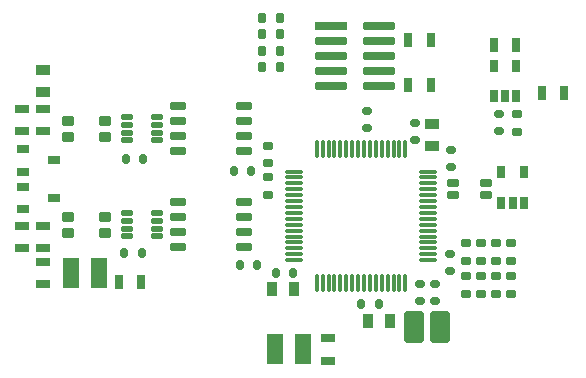
<source format=gtp>
G04*
G04 #@! TF.GenerationSoftware,Altium Limited,Altium Designer,20.1.12 (249)*
G04*
G04 Layer_Color=8421504*
%FSLAX25Y25*%
%MOIN*%
G70*
G04*
G04 #@! TF.SameCoordinates,324E50B1-46C9-4148-88D5-78795315F549*
G04*
G04*
G04 #@! TF.FilePolarity,Positive*
G04*
G01*
G75*
G04:AMPARAMS|DCode=10|XSize=31.5mil|YSize=25.59mil|CornerRadius=6.4mil|HoleSize=0mil|Usage=FLASHONLY|Rotation=180.000|XOffset=0mil|YOffset=0mil|HoleType=Round|Shape=RoundedRectangle|*
%AMROUNDEDRECTD10*
21,1,0.03150,0.01280,0,0,180.0*
21,1,0.01870,0.02559,0,0,180.0*
1,1,0.01280,-0.00935,0.00640*
1,1,0.01280,0.00935,0.00640*
1,1,0.01280,0.00935,-0.00640*
1,1,0.01280,-0.00935,-0.00640*
%
%ADD10ROUNDEDRECTD10*%
G04:AMPARAMS|DCode=11|XSize=33.47mil|YSize=23.62mil|CornerRadius=2.36mil|HoleSize=0mil|Usage=FLASHONLY|Rotation=0.000|XOffset=0mil|YOffset=0mil|HoleType=Round|Shape=RoundedRectangle|*
%AMROUNDEDRECTD11*
21,1,0.03347,0.01890,0,0,0.0*
21,1,0.02874,0.02362,0,0,0.0*
1,1,0.00472,0.01437,-0.00945*
1,1,0.00472,-0.01437,-0.00945*
1,1,0.00472,-0.01437,0.00945*
1,1,0.00472,0.01437,0.00945*
%
%ADD11ROUNDEDRECTD11*%
G04:AMPARAMS|DCode=12|XSize=33.47mil|YSize=23.62mil|CornerRadius=2.36mil|HoleSize=0mil|Usage=FLASHONLY|Rotation=90.000|XOffset=0mil|YOffset=0mil|HoleType=Round|Shape=RoundedRectangle|*
%AMROUNDEDRECTD12*
21,1,0.03347,0.01890,0,0,90.0*
21,1,0.02874,0.02362,0,0,90.0*
1,1,0.00472,0.00945,0.01437*
1,1,0.00472,0.00945,-0.01437*
1,1,0.00472,-0.00945,-0.01437*
1,1,0.00472,-0.00945,0.01437*
%
%ADD12ROUNDEDRECTD12*%
G04:AMPARAMS|DCode=13|XSize=31.5mil|YSize=25.59mil|CornerRadius=6.4mil|HoleSize=0mil|Usage=FLASHONLY|Rotation=90.000|XOffset=0mil|YOffset=0mil|HoleType=Round|Shape=RoundedRectangle|*
%AMROUNDEDRECTD13*
21,1,0.03150,0.01280,0,0,90.0*
21,1,0.01870,0.02559,0,0,90.0*
1,1,0.01280,0.00640,0.00935*
1,1,0.01280,0.00640,-0.00935*
1,1,0.01280,-0.00640,-0.00935*
1,1,0.01280,-0.00640,0.00935*
%
%ADD13ROUNDEDRECTD13*%
G04:AMPARAMS|DCode=14|XSize=49.21mil|YSize=27.56mil|CornerRadius=2.76mil|HoleSize=0mil|Usage=FLASHONLY|Rotation=270.000|XOffset=0mil|YOffset=0mil|HoleType=Round|Shape=RoundedRectangle|*
%AMROUNDEDRECTD14*
21,1,0.04921,0.02205,0,0,270.0*
21,1,0.04370,0.02756,0,0,270.0*
1,1,0.00551,-0.01102,-0.02185*
1,1,0.00551,-0.01102,0.02185*
1,1,0.00551,0.01102,0.02185*
1,1,0.00551,0.01102,-0.02185*
%
%ADD14ROUNDEDRECTD14*%
G04:AMPARAMS|DCode=15|XSize=11.81mil|YSize=59.06mil|CornerRadius=2.95mil|HoleSize=0mil|Usage=FLASHONLY|Rotation=0.000|XOffset=0mil|YOffset=0mil|HoleType=Round|Shape=RoundedRectangle|*
%AMROUNDEDRECTD15*
21,1,0.01181,0.05315,0,0,0.0*
21,1,0.00591,0.05906,0,0,0.0*
1,1,0.00591,0.00295,-0.02657*
1,1,0.00591,-0.00295,-0.02657*
1,1,0.00591,-0.00295,0.02657*
1,1,0.00591,0.00295,0.02657*
%
%ADD15ROUNDEDRECTD15*%
G04:AMPARAMS|DCode=16|XSize=106.3mil|YSize=66.93mil|CornerRadius=6.69mil|HoleSize=0mil|Usage=FLASHONLY|Rotation=270.000|XOffset=0mil|YOffset=0mil|HoleType=Round|Shape=RoundedRectangle|*
%AMROUNDEDRECTD16*
21,1,0.10630,0.05354,0,0,270.0*
21,1,0.09291,0.06693,0,0,270.0*
1,1,0.01339,-0.02677,-0.04646*
1,1,0.01339,-0.02677,0.04646*
1,1,0.01339,0.02677,0.04646*
1,1,0.01339,0.02677,-0.04646*
%
%ADD16ROUNDEDRECTD16*%
G04:AMPARAMS|DCode=17|XSize=43.31mil|YSize=31.5mil|CornerRadius=4.72mil|HoleSize=0mil|Usage=FLASHONLY|Rotation=0.000|XOffset=0mil|YOffset=0mil|HoleType=Round|Shape=RoundedRectangle|*
%AMROUNDEDRECTD17*
21,1,0.04331,0.02205,0,0,0.0*
21,1,0.03386,0.03150,0,0,0.0*
1,1,0.00945,0.01693,-0.01102*
1,1,0.00945,-0.01693,-0.01102*
1,1,0.00945,-0.01693,0.01102*
1,1,0.00945,0.01693,0.01102*
%
%ADD17ROUNDEDRECTD17*%
G04:AMPARAMS|DCode=18|XSize=23.62mil|YSize=43.31mil|CornerRadius=2.36mil|HoleSize=0mil|Usage=FLASHONLY|Rotation=180.000|XOffset=0mil|YOffset=0mil|HoleType=Round|Shape=RoundedRectangle|*
%AMROUNDEDRECTD18*
21,1,0.02362,0.03858,0,0,180.0*
21,1,0.01890,0.04331,0,0,180.0*
1,1,0.00472,-0.00945,0.01929*
1,1,0.00472,0.00945,0.01929*
1,1,0.00472,0.00945,-0.01929*
1,1,0.00472,-0.00945,-0.01929*
%
%ADD18ROUNDEDRECTD18*%
G04:AMPARAMS|DCode=19|XSize=43.31mil|YSize=23.62mil|CornerRadius=3.54mil|HoleSize=0mil|Usage=FLASHONLY|Rotation=180.000|XOffset=0mil|YOffset=0mil|HoleType=Round|Shape=RoundedRectangle|*
%AMROUNDEDRECTD19*
21,1,0.04331,0.01654,0,0,180.0*
21,1,0.03622,0.02362,0,0,180.0*
1,1,0.00709,-0.01811,0.00827*
1,1,0.00709,0.01811,0.00827*
1,1,0.00709,0.01811,-0.00827*
1,1,0.00709,-0.01811,-0.00827*
%
%ADD19ROUNDEDRECTD19*%
G04:AMPARAMS|DCode=20|XSize=49.21mil|YSize=27.56mil|CornerRadius=2.76mil|HoleSize=0mil|Usage=FLASHONLY|Rotation=180.000|XOffset=0mil|YOffset=0mil|HoleType=Round|Shape=RoundedRectangle|*
%AMROUNDEDRECTD20*
21,1,0.04921,0.02205,0,0,180.0*
21,1,0.04370,0.02756,0,0,180.0*
1,1,0.00551,-0.02185,0.01102*
1,1,0.00551,0.02185,0.01102*
1,1,0.00551,0.02185,-0.01102*
1,1,0.00551,-0.02185,-0.01102*
%
%ADD20ROUNDEDRECTD20*%
G04:AMPARAMS|DCode=21|XSize=17.32mil|YSize=39.37mil|CornerRadius=2.6mil|HoleSize=0mil|Usage=FLASHONLY|Rotation=270.000|XOffset=0mil|YOffset=0mil|HoleType=Round|Shape=RoundedRectangle|*
%AMROUNDEDRECTD21*
21,1,0.01732,0.03417,0,0,270.0*
21,1,0.01213,0.03937,0,0,270.0*
1,1,0.00520,-0.01709,-0.00606*
1,1,0.00520,-0.01709,0.00606*
1,1,0.00520,0.01709,0.00606*
1,1,0.00520,0.01709,-0.00606*
%
%ADD21ROUNDEDRECTD21*%
G04:AMPARAMS|DCode=22|XSize=23.62mil|YSize=51.18mil|CornerRadius=2.36mil|HoleSize=0mil|Usage=FLASHONLY|Rotation=270.000|XOffset=0mil|YOffset=0mil|HoleType=Round|Shape=RoundedRectangle|*
%AMROUNDEDRECTD22*
21,1,0.02362,0.04646,0,0,270.0*
21,1,0.01890,0.05118,0,0,270.0*
1,1,0.00472,-0.02323,-0.00945*
1,1,0.00472,-0.02323,0.00945*
1,1,0.00472,0.02323,0.00945*
1,1,0.00472,0.02323,-0.00945*
%
%ADD22ROUNDEDRECTD22*%
G04:AMPARAMS|DCode=23|XSize=23.62mil|YSize=43.31mil|CornerRadius=2.36mil|HoleSize=0mil|Usage=FLASHONLY|Rotation=90.000|XOffset=0mil|YOffset=0mil|HoleType=Round|Shape=RoundedRectangle|*
%AMROUNDEDRECTD23*
21,1,0.02362,0.03858,0,0,90.0*
21,1,0.01890,0.04331,0,0,90.0*
1,1,0.00472,0.01929,0.00945*
1,1,0.00472,0.01929,-0.00945*
1,1,0.00472,-0.01929,-0.00945*
1,1,0.00472,-0.01929,0.00945*
%
%ADD23ROUNDEDRECTD23*%
G04:AMPARAMS|DCode=24|XSize=55.12mil|YSize=102.36mil|CornerRadius=8.27mil|HoleSize=0mil|Usage=FLASHONLY|Rotation=180.000|XOffset=0mil|YOffset=0mil|HoleType=Round|Shape=RoundedRectangle|*
%AMROUNDEDRECTD24*
21,1,0.05512,0.08583,0,0,180.0*
21,1,0.03858,0.10236,0,0,180.0*
1,1,0.01654,-0.01929,0.04291*
1,1,0.01654,0.01929,0.04291*
1,1,0.01654,0.01929,-0.04291*
1,1,0.01654,-0.01929,-0.04291*
%
%ADD24ROUNDEDRECTD24*%
%ADD25R,0.10630X0.02756*%
G04:AMPARAMS|DCode=26|XSize=27.56mil|YSize=106.3mil|CornerRadius=4.13mil|HoleSize=0mil|Usage=FLASHONLY|Rotation=270.000|XOffset=0mil|YOffset=0mil|HoleType=Round|Shape=RoundedRectangle|*
%AMROUNDEDRECTD26*
21,1,0.02756,0.09803,0,0,270.0*
21,1,0.01929,0.10630,0,0,270.0*
1,1,0.00827,-0.04902,-0.00965*
1,1,0.00827,-0.04902,0.00965*
1,1,0.00827,0.04902,0.00965*
1,1,0.00827,0.04902,-0.00965*
%
%ADD26ROUNDEDRECTD26*%
G04:AMPARAMS|DCode=27|XSize=49.21mil|YSize=31.5mil|CornerRadius=3.15mil|HoleSize=0mil|Usage=FLASHONLY|Rotation=0.000|XOffset=0mil|YOffset=0mil|HoleType=Round|Shape=RoundedRectangle|*
%AMROUNDEDRECTD27*
21,1,0.04921,0.02520,0,0,0.0*
21,1,0.04291,0.03150,0,0,0.0*
1,1,0.00630,0.02146,-0.01260*
1,1,0.00630,-0.02146,-0.01260*
1,1,0.00630,-0.02146,0.01260*
1,1,0.00630,0.02146,0.01260*
%
%ADD27ROUNDEDRECTD27*%
G04:AMPARAMS|DCode=28|XSize=49.21mil|YSize=31.5mil|CornerRadius=3.15mil|HoleSize=0mil|Usage=FLASHONLY|Rotation=90.000|XOffset=0mil|YOffset=0mil|HoleType=Round|Shape=RoundedRectangle|*
%AMROUNDEDRECTD28*
21,1,0.04921,0.02520,0,0,90.0*
21,1,0.04291,0.03150,0,0,90.0*
1,1,0.00630,0.01260,0.02146*
1,1,0.00630,0.01260,-0.02146*
1,1,0.00630,-0.01260,-0.02146*
1,1,0.00630,-0.01260,0.02146*
%
%ADD28ROUNDEDRECTD28*%
G04:AMPARAMS|DCode=29|XSize=11.81mil|YSize=59.06mil|CornerRadius=2.95mil|HoleSize=0mil|Usage=FLASHONLY|Rotation=90.000|XOffset=0mil|YOffset=0mil|HoleType=Round|Shape=RoundedRectangle|*
%AMROUNDEDRECTD29*
21,1,0.01181,0.05315,0,0,90.0*
21,1,0.00591,0.05906,0,0,90.0*
1,1,0.00591,0.02657,0.00295*
1,1,0.00591,0.02657,-0.00295*
1,1,0.00591,-0.02657,-0.00295*
1,1,0.00591,-0.02657,0.00295*
%
%ADD29ROUNDEDRECTD29*%
D10*
X174500Y31354D02*
D03*
Y25646D02*
D03*
X169500Y31354D02*
D03*
Y25646D02*
D03*
X196000Y87854D02*
D03*
Y82146D02*
D03*
X180000Y70146D02*
D03*
Y75854D02*
D03*
X179500Y41354D02*
D03*
Y35646D02*
D03*
X168000Y84854D02*
D03*
Y79146D02*
D03*
X152000Y83146D02*
D03*
Y88854D02*
D03*
D11*
X119000Y71547D02*
D03*
Y77453D02*
D03*
Y61047D02*
D03*
Y66953D02*
D03*
X200000Y44953D02*
D03*
Y39047D02*
D03*
X195000Y44953D02*
D03*
Y39047D02*
D03*
X190000Y44953D02*
D03*
Y39047D02*
D03*
X185000Y44953D02*
D03*
Y39047D02*
D03*
X200000Y33953D02*
D03*
Y28047D02*
D03*
X195000Y33953D02*
D03*
Y28047D02*
D03*
X190000Y33953D02*
D03*
Y28047D02*
D03*
X185000Y33953D02*
D03*
Y28047D02*
D03*
X202000Y87953D02*
D03*
Y82047D02*
D03*
D12*
X122953Y103500D02*
D03*
X117047D02*
D03*
X122953Y109000D02*
D03*
X117047D02*
D03*
X122953Y114500D02*
D03*
X117047D02*
D03*
X122953Y120000D02*
D03*
X117047D02*
D03*
D13*
X76854Y41500D02*
D03*
X71146D02*
D03*
X109646Y37500D02*
D03*
X115354D02*
D03*
X77354Y73000D02*
D03*
X71646D02*
D03*
X107646Y69000D02*
D03*
X113354D02*
D03*
X150146Y24500D02*
D03*
X155854D02*
D03*
X127354Y35000D02*
D03*
X121646D02*
D03*
D14*
X194260Y111000D02*
D03*
X201740D02*
D03*
X69260Y32000D02*
D03*
X76740D02*
D03*
X165760Y97500D02*
D03*
X173240D02*
D03*
X165760Y112500D02*
D03*
X173240D02*
D03*
X217740Y95000D02*
D03*
X210260D02*
D03*
D15*
X162795Y31559D02*
D03*
X164764D02*
D03*
X141142D02*
D03*
X135236D02*
D03*
X137205D02*
D03*
X139173D02*
D03*
X147047D02*
D03*
X143110D02*
D03*
X145079D02*
D03*
X149016D02*
D03*
X150984D02*
D03*
X152953D02*
D03*
X154921D02*
D03*
X156890D02*
D03*
X158858D02*
D03*
X160827D02*
D03*
X164764Y76441D02*
D03*
X162795D02*
D03*
X160827D02*
D03*
X158858D02*
D03*
X156890D02*
D03*
X154921D02*
D03*
X152953D02*
D03*
X150984D02*
D03*
X149016D02*
D03*
X147047D02*
D03*
X145079D02*
D03*
X143110D02*
D03*
X141142D02*
D03*
X139173D02*
D03*
X137205D02*
D03*
X135236D02*
D03*
D16*
X167669Y17000D02*
D03*
X176331D02*
D03*
D17*
X52201Y53756D02*
D03*
X64799D02*
D03*
Y48244D02*
D03*
X52201D02*
D03*
Y85756D02*
D03*
X64799D02*
D03*
Y80244D02*
D03*
X52201D02*
D03*
D18*
X196760Y68618D02*
D03*
X204240D02*
D03*
Y58382D02*
D03*
X200500D02*
D03*
X196760D02*
D03*
X194260Y93882D02*
D03*
X198000D02*
D03*
X201740D02*
D03*
Y104118D02*
D03*
X194260D02*
D03*
D19*
X180488Y64969D02*
D03*
X191512D02*
D03*
Y61032D02*
D03*
X180488D02*
D03*
D20*
X37000Y43260D02*
D03*
Y50740D02*
D03*
X44000Y43260D02*
D03*
Y50740D02*
D03*
Y38740D02*
D03*
Y31260D02*
D03*
X37000Y89740D02*
D03*
Y82260D02*
D03*
X44000Y89740D02*
D03*
Y82260D02*
D03*
X139016Y5657D02*
D03*
Y13137D02*
D03*
D21*
X82118Y79161D02*
D03*
Y81721D02*
D03*
Y84280D02*
D03*
X71882D02*
D03*
Y81721D02*
D03*
Y79161D02*
D03*
X82118Y86839D02*
D03*
X71882D02*
D03*
Y54839D02*
D03*
X82118D02*
D03*
X71882Y47161D02*
D03*
Y49720D02*
D03*
Y52280D02*
D03*
X82118D02*
D03*
Y49720D02*
D03*
Y47161D02*
D03*
D22*
X111024Y75500D02*
D03*
Y80500D02*
D03*
Y85500D02*
D03*
Y90500D02*
D03*
X88976Y75500D02*
D03*
Y80500D02*
D03*
Y85500D02*
D03*
Y90500D02*
D03*
X111024Y43500D02*
D03*
Y48500D02*
D03*
Y53500D02*
D03*
Y58500D02*
D03*
X88976Y43500D02*
D03*
Y48500D02*
D03*
Y53500D02*
D03*
Y58500D02*
D03*
D23*
X37382Y76240D02*
D03*
Y68760D02*
D03*
X47618Y72500D02*
D03*
X37382Y63740D02*
D03*
Y56260D02*
D03*
X47618Y60000D02*
D03*
D24*
X130724Y9500D02*
D03*
X121276D02*
D03*
X53276Y35000D02*
D03*
X62724D02*
D03*
D25*
X140126Y117460D02*
D03*
D26*
X155874D02*
D03*
X140126Y112460D02*
D03*
X155874D02*
D03*
X140126Y107460D02*
D03*
Y102460D02*
D03*
Y97460D02*
D03*
X155874Y107460D02*
D03*
Y102460D02*
D03*
Y97460D02*
D03*
D27*
X44000Y102543D02*
D03*
Y95457D02*
D03*
X173500Y77457D02*
D03*
Y84543D02*
D03*
D28*
X120457Y29500D02*
D03*
X127543D02*
D03*
X159543Y19000D02*
D03*
X152457D02*
D03*
D29*
X172441Y58921D02*
D03*
Y60890D02*
D03*
Y62858D02*
D03*
Y64827D02*
D03*
X127559Y68764D02*
D03*
Y66795D02*
D03*
Y64827D02*
D03*
Y62858D02*
D03*
Y60890D02*
D03*
Y58921D02*
D03*
Y56953D02*
D03*
Y54984D02*
D03*
Y53016D02*
D03*
Y51047D02*
D03*
Y49079D02*
D03*
Y47110D02*
D03*
Y45142D02*
D03*
Y43173D02*
D03*
Y41205D02*
D03*
Y39236D02*
D03*
X172441D02*
D03*
Y41205D02*
D03*
Y43173D02*
D03*
Y45142D02*
D03*
Y47110D02*
D03*
Y49079D02*
D03*
Y51047D02*
D03*
Y53016D02*
D03*
Y54984D02*
D03*
Y56953D02*
D03*
Y66795D02*
D03*
Y68764D02*
D03*
M02*

</source>
